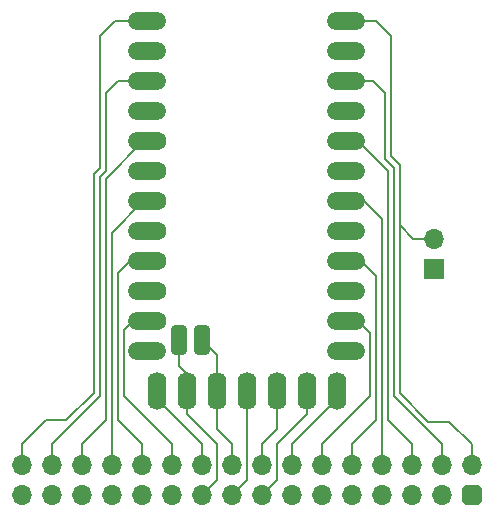
<source format=gbr>
%TF.GenerationSoftware,KiCad,Pcbnew,8.0.2*%
%TF.CreationDate,2024-05-21T12:30:07+05:30*%
%TF.ProjectId,carrier,63617272-6965-4722-9e6b-696361645f70,rev?*%
%TF.SameCoordinates,Original*%
%TF.FileFunction,Copper,L1,Top*%
%TF.FilePolarity,Positive*%
%FSLAX46Y46*%
G04 Gerber Fmt 4.6, Leading zero omitted, Abs format (unit mm)*
G04 Created by KiCad (PCBNEW 8.0.2) date 2024-05-21 12:30:07*
%MOMM*%
%LPD*%
G01*
G04 APERTURE LIST*
G04 Aperture macros list*
%AMRoundRect*
0 Rectangle with rounded corners*
0 $1 Rounding radius*
0 $2 $3 $4 $5 $6 $7 $8 $9 X,Y pos of 4 corners*
0 Add a 4 corners polygon primitive as box body*
4,1,4,$2,$3,$4,$5,$6,$7,$8,$9,$2,$3,0*
0 Add four circle primitives for the rounded corners*
1,1,$1+$1,$2,$3*
1,1,$1+$1,$4,$5*
1,1,$1+$1,$6,$7*
1,1,$1+$1,$8,$9*
0 Add four rect primitives between the rounded corners*
20,1,$1+$1,$2,$3,$4,$5,0*
20,1,$1+$1,$4,$5,$6,$7,0*
20,1,$1+$1,$6,$7,$8,$9,0*
20,1,$1+$1,$8,$9,$2,$3,0*%
%AMOutline5P*
0 Free polygon, 5 corners , with rotation*
0 The origin of the aperture is its center*
0 number of corners: always 5*
0 $1 to $10 corner X, Y*
0 $11 Rotation angle, in degrees counterclockwise*
0 create outline with 5 corners*
4,1,5,$1,$2,$3,$4,$5,$6,$7,$8,$9,$10,$1,$2,$11*%
%AMOutline6P*
0 Free polygon, 6 corners , with rotation*
0 The origin of the aperture is its center*
0 number of corners: always 6*
0 $1 to $12 corner X, Y*
0 $13 Rotation angle, in degrees counterclockwise*
0 create outline with 6 corners*
4,1,6,$1,$2,$3,$4,$5,$6,$7,$8,$9,$10,$11,$12,$1,$2,$13*%
%AMOutline7P*
0 Free polygon, 7 corners , with rotation*
0 The origin of the aperture is its center*
0 number of corners: always 7*
0 $1 to $14 corner X, Y*
0 $15 Rotation angle, in degrees counterclockwise*
0 create outline with 7 corners*
4,1,7,$1,$2,$3,$4,$5,$6,$7,$8,$9,$10,$11,$12,$13,$14,$1,$2,$15*%
%AMOutline8P*
0 Free polygon, 8 corners , with rotation*
0 The origin of the aperture is its center*
0 number of corners: always 8*
0 $1 to $16 corner X, Y*
0 $17 Rotation angle, in degrees counterclockwise*
0 create outline with 8 corners*
4,1,8,$1,$2,$3,$4,$5,$6,$7,$8,$9,$10,$11,$12,$13,$14,$15,$16,$1,$2,$17*%
G04 Aperture macros list end*
%TA.AperFunction,ComponentPad*%
%ADD10R,1.700000X1.700000*%
%TD*%
%TA.AperFunction,ComponentPad*%
%ADD11O,1.700000X1.700000*%
%TD*%
%TA.AperFunction,ComponentPad*%
%ADD12RoundRect,0.800000X0.800000X0.000010X-0.800000X0.000010X-0.800000X-0.000010X0.800000X-0.000010X0*%
%TD*%
%TA.AperFunction,ComponentPad*%
%ADD13RoundRect,0.800000X-0.000010X0.800000X-0.000010X-0.800000X0.000010X-0.800000X0.000010X0.800000X0*%
%TD*%
%TA.AperFunction,ComponentPad*%
%ADD14RoundRect,0.800000X-0.800000X-0.000010X0.800000X-0.000010X0.800000X0.000010X-0.800000X0.000010X0*%
%TD*%
%TA.AperFunction,ComponentPad*%
%ADD15Outline8P,-0.850000X0.510000X-0.510000X0.850000X0.510000X0.850000X0.850000X0.510000X0.850000X-0.510000X0.510000X-0.850000X-0.510000X-0.850000X-0.850000X-0.510000X270.000000*%
%TD*%
%TA.AperFunction,ComponentPad*%
%ADD16C,1.600000*%
%TD*%
%TA.AperFunction,ComponentPad*%
%ADD17RoundRect,0.337500X0.337500X-0.562500X0.337500X0.562500X-0.337500X0.562500X-0.337500X-0.562500X0*%
%TD*%
%TA.AperFunction,SMDPad,CuDef*%
%ADD18RoundRect,0.337500X-0.337500X0.912500X-0.337500X-0.912500X0.337500X-0.912500X0.337500X0.912500X0*%
%TD*%
%TA.AperFunction,Conductor*%
%ADD19C,0.200000*%
%TD*%
G04 APERTURE END LIST*
D10*
%TO.P,J2,1,Pin_1*%
%TO.N,31*%
X53975000Y-36195000D03*
D11*
%TO.P,J2,2,Pin_2*%
%TO.N,1*%
X53975000Y-33655000D03*
%TD*%
D12*
%TO.P,U1,1,D3-TX*%
%TO.N,32*%
X29680000Y-17780000D03*
%TO.P,U1,2,D2-RX*%
%TO.N,29*%
X29680000Y-20320000D03*
%TO.P,U1,3,GND*%
%TO.N,30*%
X29680000Y-22860000D03*
%TO.P,U1,4,GND*%
%TO.N,27*%
X29680000Y-25400000D03*
%TO.P,U1,5,D1*%
%TO.N,28*%
X29680000Y-27940000D03*
%TO.P,U1,6,D0*%
%TO.N,25*%
X29680000Y-30480000D03*
%TO.P,U1,7,D4*%
%TO.N,26*%
X29680000Y-33020000D03*
%TO.P,U1,8,C6*%
%TO.N,23*%
X29680000Y-35560000D03*
%TO.P,U1,9,D7*%
%TO.N,24*%
X29680000Y-38100000D03*
%TO.P,U1,10,E6*%
%TO.N,21*%
X29680000Y-40640000D03*
%TO.P,U1,11,B4*%
%TO.N,22*%
X29680000Y-43180000D03*
D13*
%TO.P,U1,12,B5*%
%TO.N,19*%
X30480000Y-46520000D03*
D14*
%TO.P,U1,13,B0*%
%TO.N,4*%
X46520000Y-17780000D03*
%TO.P,U1,14,GND*%
%TO.N,3*%
X46520000Y-20320000D03*
%TO.P,U1,15,RST*%
%TO.N,6*%
X46520000Y-22860000D03*
%TO.P,U1,16,VCC*%
%TO.N,5*%
X46520000Y-25400000D03*
%TO.P,U1,17,F4*%
%TO.N,8*%
X46520000Y-27940000D03*
%TO.P,U1,18,F5*%
%TO.N,7*%
X46520000Y-30480000D03*
%TO.P,U1,19,F6*%
%TO.N,10*%
X46520000Y-33020000D03*
%TO.P,U1,20,F7*%
%TO.N,9*%
X46520000Y-35560000D03*
%TO.P,U1,21,B1*%
%TO.N,12*%
X46520000Y-38100000D03*
%TO.P,U1,22,B3*%
%TO.N,11*%
X46520000Y-40640000D03*
%TO.P,U1,23,B2*%
%TO.N,14*%
X46520000Y-43180000D03*
D13*
%TO.P,U1,24,B6*%
%TO.N,13*%
X45720000Y-46520000D03*
%TO.P,U1,25,B7*%
%TO.N,20*%
X33020000Y-46520000D03*
%TO.P,U1,26,D5*%
%TO.N,17*%
X35560000Y-46520000D03*
%TO.P,U1,27,C7*%
%TO.N,18*%
X38100000Y-46520000D03*
%TO.P,U1,28,F1*%
%TO.N,15*%
X40640000Y-46520000D03*
%TO.P,U1,29,F0*%
%TO.N,16*%
X43180000Y-46520000D03*
D14*
%TO.P,U1,30,VBUS*%
%TO.N,1*%
X46520000Y-15240000D03*
D12*
%TO.P,U1,31,D6*%
%TO.N,31*%
X29680000Y-15240000D03*
%TD*%
D11*
%TO.P,J1,1,Pin_1*%
%TO.N,1*%
X57150000Y-52770000D03*
D15*
%TO.P,J1,2,Pin_2*%
%TO.N,2*%
X57150000Y-55310000D03*
D11*
%TO.P,J1,3,Pin_3*%
%TO.N,3*%
X54610000Y-52770000D03*
%TO.P,J1,4,Pin_4*%
%TO.N,4*%
X54610000Y-55310000D03*
%TO.P,J1,5,Pin_5*%
%TO.N,5*%
X52070001Y-52770000D03*
%TO.P,J1,6,Pin_6*%
%TO.N,6*%
X52070000Y-55310000D03*
%TO.P,J1,7,Pin_7*%
%TO.N,7*%
X49530000Y-52770000D03*
%TO.P,J1,8,Pin_8*%
%TO.N,8*%
X49530000Y-55310000D03*
%TO.P,J1,9,Pin_9*%
%TO.N,9*%
X46990000Y-52770000D03*
%TO.P,J1,10,Pin_10*%
%TO.N,10*%
X46990000Y-55310000D03*
%TO.P,J1,11,Pin_11*%
%TO.N,11*%
X44450000Y-52770000D03*
%TO.P,J1,12,Pin_12*%
%TO.N,12*%
X44450000Y-55310000D03*
%TO.P,J1,13,Pin_13*%
%TO.N,13*%
X41910000Y-52770000D03*
%TO.P,J1,14,Pin_14*%
%TO.N,14*%
X41910000Y-55310000D03*
%TO.P,J1,15,Pin_15*%
%TO.N,15*%
X39369999Y-52770000D03*
%TO.P,J1,16,Pin_16*%
%TO.N,16*%
X39370000Y-55310000D03*
%TO.P,J1,17,Pin_17*%
%TO.N,17*%
X36830000Y-52770000D03*
%TO.P,J1,18,Pin_18*%
%TO.N,18*%
X36830000Y-55310000D03*
%TO.P,J1,19,Pin_19*%
%TO.N,19*%
X34290000Y-52770000D03*
%TO.P,J1,20,Pin_20*%
%TO.N,20*%
X34290000Y-55310000D03*
%TO.P,J1,21,Pin_21*%
%TO.N,21*%
X31750000Y-52770000D03*
%TO.P,J1,22,Pin_22*%
%TO.N,22*%
X31750000Y-55310000D03*
%TO.P,J1,23,Pin_23*%
%TO.N,23*%
X29210001Y-52770000D03*
%TO.P,J1,24,Pin_24*%
%TO.N,24*%
X29210000Y-55310000D03*
%TO.P,J1,25,Pin_25*%
%TO.N,25*%
X26670000Y-52770000D03*
%TO.P,J1,26,Pin_26*%
%TO.N,26*%
X26670000Y-55310000D03*
%TO.P,J1,27,Pin_27*%
%TO.N,27*%
X24130000Y-52770000D03*
%TO.P,J1,28,Pin_28*%
%TO.N,28*%
X24130000Y-55310000D03*
%TO.P,J1,29,Pin_29*%
%TO.N,29*%
X21590000Y-52770000D03*
%TO.P,J1,30,Pin_30*%
%TO.N,30*%
X21590000Y-55310000D03*
%TO.P,J1,31,Pin_31*%
%TO.N,31*%
X19050001Y-52770000D03*
%TO.P,J1,32,Pin_32*%
%TO.N,32*%
X19050000Y-55310000D03*
%TD*%
D16*
%TO.P,U2,1,P0.02*%
%TO.N,5*%
X45720000Y-25400000D03*
%TO.P,U2,2,P0.03*%
%TO.N,8*%
X45720000Y-27940000D03*
%TO.P,U2,3,P0.28*%
%TO.N,7*%
X45720000Y-30480000D03*
%TO.P,U2,4,P0.29*%
%TO.N,10*%
X45720000Y-33020000D03*
%TO.P,U2,5,P0.04*%
%TO.N,9*%
X45720000Y-35560000D03*
%TO.P,U2,6,P0.05*%
%TO.N,12*%
X45720000Y-38100000D03*
%TO.P,U2,7,P1.11*%
%TO.N,11*%
X45720000Y-40640000D03*
%TO.P,U2,8,5V*%
%TO.N,27*%
X30480000Y-25400000D03*
%TO.P,U2,9,GND*%
%TO.N,28*%
X30480000Y-27940000D03*
%TO.P,U2,10,3V3*%
%TO.N,25*%
X30480000Y-30480000D03*
%TO.P,U2,11,P1.15*%
%TO.N,26*%
X30480000Y-33020000D03*
%TO.P,U2,12,P1.14*%
%TO.N,23*%
X30480000Y-35560000D03*
%TO.P,U2,13,P1.13*%
%TO.N,24*%
X30480000Y-38100000D03*
%TO.P,U2,14,P1.12*%
%TO.N,21*%
X30480000Y-40640000D03*
D17*
%TO.P,U2,17,P0.09*%
%TO.N,17*%
X34290000Y-42227500D03*
D18*
X34290000Y-42227500D03*
D17*
%TO.P,U2,18,P0.10*%
%TO.N,20*%
X32385000Y-42227500D03*
D18*
X32385000Y-42227500D03*
%TD*%
D19*
%TO.N,19*%
X34290000Y-51054000D02*
X34290000Y-52770000D01*
X30480000Y-47244000D02*
X34290000Y-51054000D01*
%TO.N,11*%
X44450000Y-52770000D02*
X44450000Y-51054000D01*
X48514000Y-41656000D02*
X47498000Y-40640000D01*
X44450000Y-51054000D02*
X48514000Y-46990000D01*
X48514000Y-46990000D02*
X48514000Y-41656000D01*
%TO.N,7*%
X48006000Y-30480000D02*
X49530000Y-32004000D01*
X45720000Y-30480000D02*
X48006000Y-30480000D01*
X49530000Y-32004000D02*
X49530000Y-52770000D01*
%TO.N,23*%
X28194000Y-35560000D02*
X27178000Y-36576000D01*
X29210000Y-51054000D02*
X29210001Y-52770000D01*
X27178000Y-36576000D02*
X27178000Y-49022000D01*
X30480000Y-35560000D02*
X28194000Y-35560000D01*
X27178000Y-49022000D02*
X29210000Y-51054000D01*
%TO.N,16*%
X40640000Y-54040000D02*
X39370000Y-55310000D01*
X43180000Y-48514000D02*
X40640000Y-51054000D01*
X43180000Y-45720000D02*
X43180000Y-48514000D01*
X40640000Y-51054000D02*
X40640000Y-54040000D01*
%TO.N,17*%
X36830000Y-52770000D02*
X36830000Y-51054000D01*
X35560000Y-49784000D02*
X36830000Y-51054000D01*
X35560000Y-45720000D02*
X35560000Y-49784000D01*
X35560000Y-43497500D02*
X34290000Y-42227500D01*
X35560000Y-45720000D02*
X35560000Y-43497500D01*
%TO.N,31*%
X19050000Y-51054000D02*
X19050001Y-52770000D01*
X25146000Y-28194000D02*
X25146000Y-46674001D01*
X25146000Y-46674001D02*
X22798002Y-49022000D01*
X25654000Y-16510000D02*
X25654000Y-27686000D01*
X21082000Y-49022000D02*
X19050000Y-51054000D01*
X26924000Y-15240000D02*
X25654000Y-16510000D01*
X30480000Y-15240000D02*
X26924000Y-15240000D01*
X25654000Y-27686000D02*
X25146000Y-28194000D01*
X22798002Y-49022000D02*
X21082000Y-49022000D01*
%TO.N,29*%
X26162000Y-21336000D02*
X26162000Y-27940000D01*
X21590000Y-51054000D02*
X21590000Y-52770000D01*
X27178000Y-20320000D02*
X26162000Y-21336000D01*
X25654000Y-46990000D02*
X21590000Y-51054000D01*
X25654000Y-28448000D02*
X25654000Y-46990000D01*
X26162000Y-27940000D02*
X25654000Y-28448000D01*
X30480000Y-20320000D02*
X27178000Y-20320000D01*
%TO.N,9*%
X49022000Y-36830000D02*
X49022000Y-49022000D01*
X46990000Y-51054000D02*
X46990000Y-52770000D01*
X47752000Y-35560000D02*
X49022000Y-36830000D01*
X49022000Y-49022000D02*
X46990000Y-51054000D01*
X45720000Y-35560000D02*
X47752000Y-35560000D01*
%TO.N,5*%
X50038000Y-49022000D02*
X52070000Y-51054000D01*
X52070000Y-51054000D02*
X52070001Y-52770000D01*
X45720000Y-25400000D02*
X47498000Y-25400000D01*
X47498000Y-25400000D02*
X50038000Y-27940000D01*
X50038000Y-27940000D02*
X50038000Y-49022000D01*
%TO.N,1*%
X45720000Y-15240000D02*
X49022000Y-15240000D01*
X50292000Y-16510000D02*
X50292000Y-26670000D01*
X50292000Y-26670000D02*
X51054000Y-27432000D01*
X55245000Y-49149000D02*
X53467000Y-49149000D01*
X52197000Y-33655000D02*
X51054000Y-32512000D01*
X51054000Y-27432000D02*
X51054000Y-32512000D01*
X53467000Y-49149000D02*
X51054000Y-46736000D01*
X53975000Y-33655000D02*
X52197000Y-33655000D01*
X57150000Y-51054000D02*
X55245000Y-49149000D01*
X51054000Y-46736000D02*
X51054000Y-32512000D01*
X57150000Y-52770000D02*
X57150000Y-51054000D01*
X49022000Y-15240000D02*
X50292000Y-16510000D01*
%TO.N,18*%
X38100000Y-54040000D02*
X38100000Y-45720000D01*
X36830000Y-55310000D02*
X38100000Y-54040000D01*
%TO.N,13*%
X45720000Y-47244000D02*
X41910000Y-51054000D01*
X41910000Y-51054000D02*
X41910000Y-52770000D01*
%TO.N,15*%
X39369999Y-52770000D02*
X39369999Y-51054000D01*
X40640000Y-45720000D02*
X40640000Y-49783999D01*
X40640000Y-49783999D02*
X39369999Y-51054000D01*
%TO.N,25*%
X26670000Y-33158630D02*
X26670000Y-52770000D01*
X29348630Y-30480000D02*
X26670000Y-33158630D01*
X30480000Y-30480000D02*
X29348630Y-30480000D01*
%TO.N,21*%
X31750000Y-52770000D02*
X31750000Y-51054000D01*
X31750000Y-51054000D02*
X27686000Y-46990000D01*
X27686000Y-41402000D02*
X28448000Y-40640000D01*
X27686000Y-46990000D02*
X27686000Y-41402000D01*
%TO.N,27*%
X29348630Y-25400000D02*
X30480000Y-25400000D01*
X26162000Y-28586630D02*
X29348630Y-25400000D01*
X24130000Y-52770000D02*
X24130000Y-51054000D01*
X24130000Y-51054000D02*
X26162000Y-49022000D01*
X26162000Y-49022000D02*
X26162000Y-28586630D01*
%TO.N,3*%
X49784000Y-26924000D02*
X50546000Y-27686000D01*
X50546000Y-27686000D02*
X50546000Y-46990000D01*
X54610000Y-51054000D02*
X54610000Y-52770000D01*
X45720000Y-20320000D02*
X48768000Y-20320000D01*
X48768000Y-20320000D02*
X49784000Y-21336000D01*
X50546000Y-46990000D02*
X54610000Y-51054000D01*
X49784000Y-21336000D02*
X49784000Y-26924000D01*
%TO.N,20*%
X33020000Y-45720000D02*
X33020000Y-48514000D01*
X35560000Y-54040000D02*
X34290000Y-55310000D01*
X33020000Y-48514000D02*
X35560000Y-51054000D01*
X32385000Y-44450000D02*
X32385000Y-42227500D01*
X35560000Y-51054000D02*
X35560000Y-54040000D01*
X33020000Y-45085000D02*
X32385000Y-44450000D01*
%TD*%
M02*

</source>
